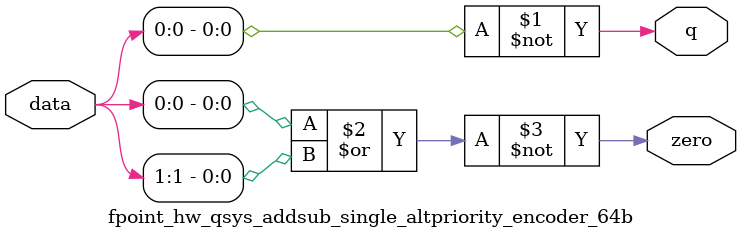
<source format=v>
module  fpoint_hw_qsys_addsub_single_altpriority_encoder_64b
	( 
	data,
	q,
	zero) ;
	input   [1:0]  data;
	output   [0:0]  q;
	output   zero;
	assign
		q = {(~ data[0])},
		zero = (~ (data[0] | data[1]));
endmodule
</source>
